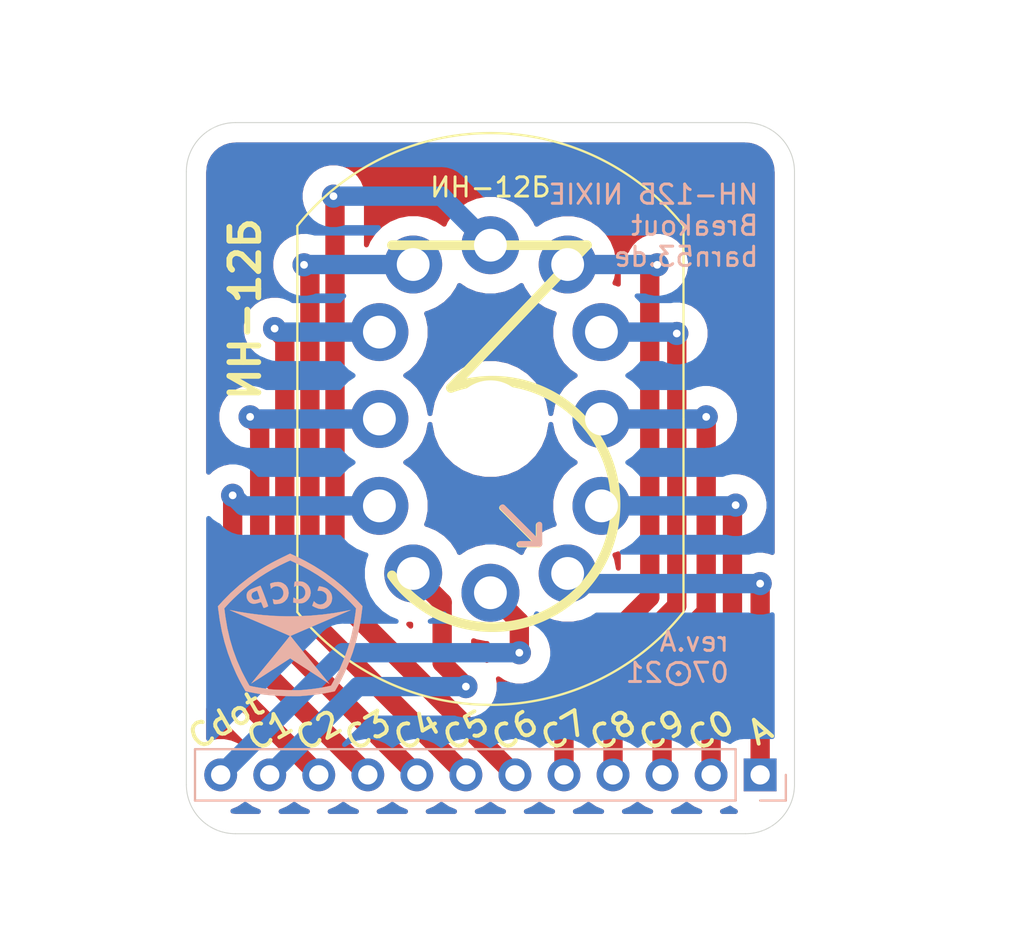
<source format=kicad_pcb>
(kicad_pcb (version 20171130) (host pcbnew "(5.1.9-0-10_14)")

  (general
    (thickness 1.6)
    (drawings 24)
    (tracks 70)
    (zones 0)
    (modules 3)
    (nets 13)
  )

  (page A4)
  (layers
    (0 F.Cu signal)
    (31 B.Cu signal)
    (32 B.Adhes user)
    (33 F.Adhes user)
    (34 B.Paste user)
    (35 F.Paste user)
    (36 B.SilkS user)
    (37 F.SilkS user)
    (38 B.Mask user)
    (39 F.Mask user)
    (40 Dwgs.User user)
    (41 Cmts.User user)
    (42 Eco1.User user)
    (43 Eco2.User user)
    (44 Edge.Cuts user)
    (45 Margin user)
    (46 B.CrtYd user)
    (47 F.CrtYd user)
    (48 B.Fab user)
    (49 F.Fab user)
  )

  (setup
    (last_trace_width 1)
    (user_trace_width 0.127)
    (user_trace_width 0.1524)
    (user_trace_width 0.3048)
    (user_trace_width 0.381)
    (user_trace_width 0.5)
    (user_trace_width 1)
    (trace_clearance 0.3)
    (zone_clearance 1)
    (zone_45_only no)
    (trace_min 0.127)
    (via_size 0.6)
    (via_drill 0.3)
    (via_min_size 0.6)
    (via_min_drill 0.3)
    (user_via 0.6 0.3)
    (user_via 0.762 0.381)
    (user_via 1.2 0.4)
    (uvia_size 0.6)
    (uvia_drill 0.3)
    (uvias_allowed no)
    (uvia_min_size 0.6)
    (uvia_min_drill 0.3)
    (edge_width 0.05)
    (segment_width 0.2)
    (pcb_text_width 0.3)
    (pcb_text_size 1.5 1.5)
    (mod_edge_width 0.12)
    (mod_text_size 0.8128 0.8128)
    (mod_text_width 0.1524)
    (pad_size 1.524 1.524)
    (pad_drill 0.762)
    (pad_to_mask_clearance 0.05)
    (aux_axis_origin 0 0)
    (visible_elements 7FFFFFFF)
    (pcbplotparams
      (layerselection 0x010fc_ffffffff)
      (usegerberextensions false)
      (usegerberattributes true)
      (usegerberadvancedattributes true)
      (creategerberjobfile true)
      (excludeedgelayer true)
      (linewidth 0.100000)
      (plotframeref false)
      (viasonmask false)
      (mode 1)
      (useauxorigin false)
      (hpglpennumber 1)
      (hpglpenspeed 20)
      (hpglpendiameter 15.000000)
      (psnegative false)
      (psa4output false)
      (plotreference true)
      (plotvalue true)
      (plotinvisibletext false)
      (padsonsilk false)
      (subtractmaskfromsilk false)
      (outputformat 1)
      (mirror false)
      (drillshape 0)
      (scaleselection 1)
      (outputdirectory "fabrication/"))
  )

  (net 0 "")
  (net 1 /C5)
  (net 2 /C4)
  (net 3 /C3)
  (net 4 /C2)
  (net 5 /C1)
  (net 6 /CDot)
  (net 7 /A)
  (net 8 /C0)
  (net 9 /C9)
  (net 10 /C8)
  (net 11 /C7)
  (net 12 /C6)

  (net_class Default "This is the default net class."
    (clearance 0.3)
    (trace_width 1)
    (via_dia 0.6)
    (via_drill 0.3)
    (uvia_dia 0.6)
    (uvia_drill 0.3)
    (diff_pair_width 0.1524)
    (diff_pair_gap 0.127)
    (add_net /A)
    (add_net /C0)
    (add_net /C1)
    (add_net /C2)
    (add_net /C3)
    (add_net /C4)
    (add_net /C5)
    (add_net /C6)
    (add_net /C7)
    (add_net /C8)
    (add_net /C9)
    (add_net /CDot)
  )

  (net_class Power ""
    (clearance 0.254)
    (trace_width 0.3048)
    (via_dia 0.6)
    (via_drill 0.3)
    (uvia_dia 0.6)
    (uvia_drill 0.3)
    (diff_pair_width 0.3048)
    (diff_pair_gap 0.254)
  )

  (module barn53-kicad:IN12-B-1.7mm (layer F.Cu) (tedit 60E4D1EB) (tstamp 60E53E9B)
    (at 99.06 58.53)
    (path /60E46671)
    (fp_text reference V1 (at 0 18.796) (layer F.SilkS) hide
      (effects (font (size 1 1) (thickness 0.15)))
    )
    (fp_text value IN12-B (at -0.1 13.6) (layer F.Fab)
      (effects (font (size 1 1) (thickness 0.15)))
    )
    (fp_line (start 2.535 6.472) (end 0.635 4.572) (layer B.SilkS) (width 0.3))
    (fp_line (start 2.535 6.472) (end 1.535 6.472) (layer B.SilkS) (width 0.3))
    (fp_line (start 2.535 6.472) (end 2.535 5.472) (layer B.SilkS) (width 0.3))
    (fp_line (start 2.5 6.5) (end 0.6 4.6) (layer F.SilkS) (width 0.3))
    (fp_line (start 2.5 6.5) (end 2.5 5.5) (layer F.SilkS) (width 0.3))
    (fp_line (start 2.5 6.5) (end 1.5 6.5) (layer F.SilkS) (width 0.3))
    (fp_line (start 10 0) (end 9.999999 -9.999999) (layer F.SilkS) (width 0.12))
    (fp_line (start 10 0) (end 10 10) (layer F.SilkS) (width 0.12))
    (fp_line (start -10 -10) (end -10 10) (layer F.SilkS) (width 0.12))
    (fp_line (start -5.1 -9) (end 5 -9) (layer F.SilkS) (width 0.5))
    (fp_line (start 5 -9) (end -2.044349 -1.610969) (layer F.SilkS) (width 0.5))
    (fp_text user ИН-12Б (at 0 -12) (layer F.SilkS)
      (effects (font (size 1 1) (thickness 0.15)))
    )
    (fp_arc (start 0.1 4.4) (end -5.099999 8.099999) (angle -254.2) (layer F.SilkS) (width 0.5))
    (fp_arc (start 0 2) (end -9.999999 9.999999) (angle -102.7) (layer F.SilkS) (width 0.12))
    (fp_arc (start 0 -2) (end 9.999999 -9.999999) (angle -102.7) (layer F.SilkS) (width 0.12))
    (pad "" np_thru_hole circle (at 0 0) (size 4 4) (drill 4) (layers *.Cu *.Mask))
    (pad 12 thru_hole circle (at 0 9) (size 3 3) (drill 1.7) (layers *.Cu *.Mask)
      (net 6 /CDot))
    (pad 6 thru_hole circle (at 0 -9) (size 3 3) (drill 1.7) (layers *.Cu *.Mask)
      (net 12 /C6))
    (pad 1 thru_hole circle (at 4 8) (size 3 3) (drill 1.7) (layers *.Cu *.Mask)
      (net 7 /A))
    (pad 2 thru_hole circle (at 5.75 4.5) (size 3 3) (drill 1.7) (layers *.Cu *.Mask)
      (net 8 /C0))
    (pad 3 thru_hole circle (at 5.75 0) (size 3 3) (drill 1.7) (layers *.Cu *.Mask)
      (net 9 /C9))
    (pad 4 thru_hole circle (at 5.75 -4.5) (size 3 3) (drill 1.7) (layers *.Cu *.Mask)
      (net 10 /C8))
    (pad 5 thru_hole circle (at 4 -8) (size 3 3) (drill 1.7) (layers *.Cu *.Mask)
      (net 11 /C7))
    (pad 7 thru_hole circle (at -4 -8) (size 3 3) (drill 1.7) (layers *.Cu *.Mask)
      (net 1 /C5))
    (pad 8 thru_hole circle (at -5.75 -4.5) (size 3 3) (drill 1.7) (layers *.Cu *.Mask)
      (net 2 /C4))
    (pad 9 thru_hole circle (at -5.75 0) (size 3 3) (drill 1.7) (layers *.Cu *.Mask)
      (net 3 /C3))
    (pad 10 thru_hole circle (at -5.75 4.5) (size 3 3) (drill 1.7) (layers *.Cu *.Mask)
      (net 4 /C2))
    (pad 11 thru_hole circle (at -4 8) (size 3 3) (drill 1.7) (layers *.Cu *.Mask)
      (net 5 /C1))
    (model "${BARN53_KICAD_DIR}/3dmodels/NIXIE Tube IN12-B.step"
      (offset (xyz -10 -14.7 1))
      (scale (xyz 1 1 1))
      (rotate (xyz 0 0 0))
    )
  )

  (module barn53-kicad:cccp (layer B.Cu) (tedit 0) (tstamp 60E529A9)
    (at 88.7 69.2 180)
    (fp_text reference G*** (at 0 0) (layer B.SilkS) hide
      (effects (font (size 1.524 1.524) (thickness 0.3)) (justify mirror))
    )
    (fp_text value LOGO (at 0.75 0) (layer B.SilkS) hide
      (effects (font (size 1.524 1.524) (thickness 0.3)) (justify mirror))
    )
    (fp_poly (pts (xy 0.404073 3.508312) (xy 0.635817 3.393837) (xy 0.839764 3.289228) (xy 1.024355 3.189717)
      (xy 1.198026 3.090536) (xy 1.369215 2.986918) (xy 1.546361 2.874096) (xy 1.666331 2.795141)
      (xy 2.172151 2.438483) (xy 2.643958 2.063706) (xy 3.082823 1.669901) (xy 3.489817 1.256159)
      (xy 3.530721 1.21155) (xy 3.753017 0.967483) (xy 3.741211 0.859857) (xy 3.659009 0.250904)
      (xy 3.547841 -0.335726) (xy 3.406192 -0.905525) (xy 3.232544 -1.463983) (xy 3.025381 -2.01659)
      (xy 2.810315 -2.510692) (xy 2.745908 -2.645326) (xy 2.670957 -2.795026) (xy 2.592977 -2.945187)
      (xy 2.519481 -3.081204) (xy 2.487773 -3.137582) (xy 2.319117 -3.432319) (xy 2.063212 -3.484638)
      (xy 1.718322 -3.549542) (xy 1.384497 -3.60023) (xy 1.0509 -3.63781) (xy 0.706692 -3.663394)
      (xy 0.341034 -3.678088) (xy 0.136769 -3.681819) (xy -0.012992 -3.683248) (xy -0.155319 -3.68402)
      (xy -0.283968 -3.684144) (xy -0.392699 -3.683634) (xy -0.47527 -3.682499) (xy -0.525439 -3.680752)
      (xy -0.527538 -3.68061) (xy -0.91447 -3.648595) (xy -1.270349 -3.609875) (xy -1.602779 -3.563481)
      (xy -1.919362 -3.508442) (xy -1.995931 -3.493418) (xy -2.301785 -3.432042) (xy -2.471253 -3.133809)
      (xy -2.540675 -3.007718) (xy -2.618036 -2.860784) (xy -2.695656 -2.707981) (xy -2.765851 -2.564286)
      (xy -2.792752 -2.507057) (xy -3.028905 -1.960042) (xy -3.23075 -1.412215) (xy -3.399835 -0.857957)
      (xy -3.537712 -0.291648) (xy -3.64593 0.292334) (xy -3.721907 0.861806) (xy -3.401927 0.861806)
      (xy -3.360183 0.53348) (xy -3.268183 -0.054829) (xy -3.143669 -0.624244) (xy -2.985265 -1.179477)
      (xy -2.791594 -1.725243) (xy -2.56128 -2.266256) (xy -2.512531 -2.370446) (xy -2.475678 -2.445762)
      (xy -2.428374 -2.539001) (xy -2.374139 -2.643588) (xy -2.31649 -2.752946) (xy -2.258947 -2.8605)
      (xy -2.205027 -2.959675) (xy -2.15825 -3.043894) (xy -2.122134 -3.106583) (xy -2.100198 -3.141166)
      (xy -2.099944 -3.141505) (xy -2.080347 -3.147461) (xy -2.03002 -3.159604) (xy -1.956496 -3.176188)
      (xy -1.86731 -3.195468) (xy -1.86367 -3.19624) (xy -1.636329 -3.240003) (xy -1.386774 -3.280398)
      (xy -1.13186 -3.314912) (xy -0.898769 -3.340085) (xy -0.800315 -3.349216) (xy -0.708221 -3.357807)
      (xy -0.634141 -3.364769) (xy -0.595923 -3.368409) (xy -0.527778 -3.372321) (xy -0.426864 -3.374551)
      (xy -0.299446 -3.375235) (xy -0.15179 -3.374509) (xy 0.009839 -3.372511) (xy 0.179175 -3.369376)
      (xy 0.349953 -3.365242) (xy 0.515907 -3.360245) (xy 0.670772 -3.354521) (xy 0.808283 -3.348208)
      (xy 0.922174 -3.341442) (xy 1.006179 -3.33436) (xy 1.016 -3.333257) (xy 1.145729 -3.316924)
      (xy 1.285511 -3.297472) (xy 1.429958 -3.275836) (xy 1.573683 -3.252954) (xy 1.711297 -3.229761)
      (xy 1.837413 -3.207194) (xy 1.946643 -3.18619) (xy 2.033598 -3.167683) (xy 2.092891 -3.152611)
      (xy 2.119133 -3.14191) (xy 2.119482 -3.141505) (xy 2.141118 -3.107515) (xy 2.176999 -3.045295)
      (xy 2.223608 -2.96142) (xy 2.277425 -2.862466) (xy 2.334932 -2.755009) (xy 2.392612 -2.645624)
      (xy 2.446944 -2.540887) (xy 2.494411 -2.447373) (xy 2.531494 -2.371659) (xy 2.53207 -2.370446)
      (xy 2.769623 -1.829771) (xy 2.970265 -1.285247) (xy 3.13537 -0.732165) (xy 3.266314 -0.165812)
      (xy 3.364471 0.418522) (xy 3.379716 0.533439) (xy 3.421455 0.861723) (xy 3.305225 0.992593)
      (xy 3.140987 1.169213) (xy 2.950703 1.359636) (xy 2.741661 1.557273) (xy 2.521153 1.755538)
      (xy 2.296467 1.947845) (xy 2.074893 2.127607) (xy 1.905 2.257789) (xy 1.598221 2.47402)
      (xy 1.263516 2.688372) (xy 0.911781 2.89452) (xy 0.553912 3.086138) (xy 0.200805 3.2569)
      (xy 0.126279 3.290404) (xy 0.008328 3.342676) (xy -0.186336 3.252529) (xy -0.61707 3.042736)
      (xy -1.017706 2.82525) (xy -1.397166 2.594462) (xy -1.764373 2.344758) (xy -2.128249 2.070529)
      (xy -2.344615 1.895266) (xy -2.476714 1.781763) (xy -2.625768 1.647187) (xy -2.783052 1.499903)
      (xy -2.939839 1.348276) (xy -3.087401 1.200669) (xy -3.217012 1.065447) (xy -3.265974 1.012173)
      (xy -3.401927 0.861806) (xy -3.721907 0.861806) (xy -3.722028 0.862706) (xy -3.73419 0.97318)
      (xy -3.491674 1.233936) (xy -3.105055 1.628687) (xy -2.704615 1.995303) (xy -2.283097 2.339927)
      (xy -1.833246 2.668701) (xy -1.651 2.792329) (xy -1.233728 3.054909) (xy -0.793818 3.303972)
      (xy -0.346771 3.530993) (xy -0.103927 3.643167) (xy 0.016838 3.696894) (xy 0.404073 3.508312)) (layer B.SilkS) (width 0.01))
    (fp_poly (pts (xy 3.122719 0.766317) (xy 3.072373 0.744106) (xy 2.991234 0.70881) (xy 2.881884 0.661536)
      (xy 2.746902 0.603395) (xy 2.588872 0.535495) (xy 2.410373 0.458946) (xy 2.213986 0.374858)
      (xy 2.002294 0.284338) (xy 1.777877 0.188497) (xy 1.590361 0.108502) (xy 1.357242 0.008989)
      (xy 1.134542 -0.086292) (xy 0.924871 -0.176212) (xy 0.730837 -0.259642) (xy 0.555049 -0.335454)
      (xy 0.400115 -0.402519) (xy 0.268644 -0.459707) (xy 0.163246 -0.505891) (xy 0.086528 -0.539942)
      (xy 0.041099 -0.56073) (xy 0.029047 -0.567037) (xy 0.039883 -0.583825) (xy 0.073765 -0.62847)
      (xy 0.128859 -0.698696) (xy 0.203328 -0.79223) (xy 0.295338 -0.906795) (xy 0.403054 -1.040118)
      (xy 0.524639 -1.189922) (xy 0.65826 -1.353934) (xy 0.80208 -1.529878) (xy 0.954265 -1.71548)
      (xy 1.023316 -1.799512) (xy 1.178608 -1.988503) (xy 1.326438 -2.168667) (xy 1.464964 -2.337744)
      (xy 1.592345 -2.493476) (xy 1.706739 -2.633602) (xy 1.806306 -2.755864) (xy 1.889203 -2.858003)
      (xy 1.95359 -2.937758) (xy 1.997625 -2.992871) (xy 2.019467 -3.021082) (xy 2.021572 -3.024393)
      (xy 2.004903 -3.015062) (xy 1.958308 -2.986205) (xy 1.884601 -2.939626) (xy 1.786597 -2.877131)
      (xy 1.667111 -2.800524) (xy 1.528957 -2.711611) (xy 1.37495 -2.612196) (xy 1.207905 -2.504084)
      (xy 1.030636 -2.38908) (xy 1.013556 -2.377985) (xy 0.009769 -1.725877) (xy -0.068385 -1.778664)
      (xy -0.116711 -1.810881) (xy -0.190462 -1.859486) (xy -0.286187 -1.92224) (xy -0.400435 -1.996904)
      (xy -0.529755 -2.08124) (xy -0.670695 -2.17301) (xy -0.819804 -2.269974) (xy -0.97363 -2.369895)
      (xy -1.128724 -2.470534) (xy -1.281632 -2.569652) (xy -1.428905 -2.665011) (xy -1.56709 -2.754373)
      (xy -1.692737 -2.835499) (xy -1.802395 -2.90615) (xy -1.892612 -2.964088) (xy -1.959936 -3.007075)
      (xy -2.000918 -3.032871) (xy -2.012462 -3.039608) (xy -2.000373 -3.023891) (xy -1.965337 -2.980228)
      (xy -1.909195 -2.910875) (xy -1.833789 -2.818094) (xy -1.740963 -2.704143) (xy -1.632559 -2.571281)
      (xy -1.510419 -2.421766) (xy -1.376386 -2.257859) (xy -1.232302 -2.081818) (xy -1.08001 -1.895903)
      (xy -1.006932 -1.806742) (xy -0.851546 -1.616928) (xy -0.703691 -1.435791) (xy -0.565195 -1.265603)
      (xy -0.437887 -1.108634) (xy -0.323593 -0.967155) (xy -0.224143 -0.843437) (xy -0.141364 -0.739751)
      (xy -0.077085 -0.658368) (xy -0.033133 -0.601558) (xy -0.011338 -0.571593) (xy -0.00926 -0.567438)
      (xy -0.028008 -0.558037) (xy -0.080109 -0.534472) (xy -0.162956 -0.497873) (xy -0.273942 -0.449365)
      (xy -0.410461 -0.390078) (xy -0.569903 -0.321138) (xy -0.749663 -0.243675) (xy -0.947133 -0.158814)
      (xy -1.159705 -0.067686) (xy -1.384773 0.028584) (xy -1.570611 0.107921) (xy -1.803394 0.207275)
      (xy -2.025523 0.302198) (xy -2.234415 0.391581) (xy -2.427492 0.474315) (xy -2.602173 0.549289)
      (xy -2.755878 0.615394) (xy -2.886025 0.671521) (xy -2.990035 0.71656) (xy -3.065326 0.749402)
      (xy -3.10932 0.768937) (xy -3.120244 0.77424) (xy -3.100812 0.771861) (xy -3.049924 0.762846)
      (xy -2.97439 0.748473) (xy -2.88102 0.730018) (xy -2.835638 0.720852) (xy -2.264916 0.61934)
      (xy -1.670087 0.541129) (xy -1.05867 0.48657) (xy -0.438186 0.456015) (xy 0.183843 0.449817)
      (xy 0.799898 0.468328) (xy 1.402457 0.511901) (xy 1.475154 0.518996) (xy 1.667933 0.540147)
      (xy 1.879502 0.56645) (xy 2.100014 0.596465) (xy 2.319625 0.628752) (xy 2.528489 0.66187)
      (xy 2.716761 0.694381) (xy 2.855176 0.720852) (xy 2.954272 0.740714) (xy 3.038546 0.757073)
      (xy 3.10119 0.768649) (xy 3.135397 0.774162) (xy 3.139691 0.774332) (xy 3.122719 0.766317)) (layer B.SilkS) (width 0.01))
    (fp_poly (pts (xy -1.485053 1.999241) (xy -1.484571 1.998767) (xy -1.471564 1.973227) (xy -1.452321 1.924412)
      (xy -1.431816 1.86648) (xy -1.415026 1.81359) (xy -1.406927 1.7799) (xy -1.406769 1.777388)
      (xy -1.424196 1.771463) (xy -1.468653 1.770968) (xy -1.501543 1.773305) (xy -1.616341 1.765623)
      (xy -1.723242 1.723287) (xy -1.812299 1.650637) (xy -1.828965 1.63042) (xy -1.859395 1.585922)
      (xy -1.876473 1.543588) (xy -1.88392 1.489332) (xy -1.885462 1.416539) (xy -1.883598 1.338771)
      (xy -1.875532 1.285929) (xy -1.857553 1.243938) (xy -1.829114 1.202853) (xy -1.744783 1.121238)
      (xy -1.645878 1.072845) (xy -1.539118 1.05813) (xy -1.431225 1.077549) (xy -1.328918 1.13156)
      (xy -1.287733 1.166087) (xy -1.217542 1.232842) (xy -1.175386 1.122683) (xy -1.152953 1.061787)
      (xy -1.137662 1.015935) (xy -1.133231 0.997805) (xy -1.149716 0.983507) (xy -1.193794 0.957768)
      (xy -1.257403 0.925129) (xy -1.289454 0.909775) (xy -1.445993 0.85073) (xy -1.58886 0.826644)
      (xy -1.716753 0.837695) (xy -1.748692 0.846774) (xy -1.885131 0.906032) (xy -1.992766 0.986357)
      (xy -2.078912 1.0939) (xy -2.112594 1.15277) (xy -2.148433 1.256845) (xy -2.161914 1.378456)
      (xy -2.153209 1.503211) (xy -2.122491 1.616718) (xy -2.106636 1.651) (xy -2.020624 1.775798)
      (xy -1.910854 1.872426) (xy -1.846385 1.909751) (xy -1.786287 1.934736) (xy -1.71291 1.958948)
      (xy -1.636176 1.979946) (xy -1.566007 1.995288) (xy -1.512325 2.002533) (xy -1.485053 1.999241)) (layer B.SilkS) (width 0.01))
    (fp_poly (pts (xy 1.579067 2.024958) (xy 1.634774 2.006855) (xy 1.709395 1.980691) (xy 1.794246 1.949684)
      (xy 1.880639 1.91705) (xy 1.959888 1.886006) (xy 2.023306 1.859771) (xy 2.05658 1.84452)
      (xy 2.160929 1.775209) (xy 2.23012 1.689704) (xy 2.265331 1.586181) (xy 2.27063 1.513583)
      (xy 2.253221 1.388257) (xy 2.206371 1.278958) (xy 2.134596 1.190689) (xy 2.042412 1.128453)
      (xy 1.934337 1.097254) (xy 1.892404 1.094583) (xy 1.838042 1.100577) (xy 1.759576 1.116911)
      (xy 1.669574 1.140425) (xy 1.580604 1.167961) (xy 1.534043 1.184676) (xy 1.514313 1.171863)
      (xy 1.487616 1.121918) (xy 1.454803 1.036644) (xy 1.427698 0.965485) (xy 1.402622 0.911331)
      (xy 1.383694 0.882681) (xy 1.378964 0.880249) (xy 1.350164 0.887414) (xy 1.298285 0.904786)
      (xy 1.255346 0.920692) (xy 1.199395 0.94507) (xy 1.162138 0.966808) (xy 1.152769 0.977751)
      (xy 1.159362 1.005932) (xy 1.17773 1.063463) (xy 1.205755 1.144741) (xy 1.241323 1.244164)
      (xy 1.282315 1.356129) (xy 1.287887 1.371085) (xy 1.592002 1.371085) (xy 1.629281 1.348871)
      (xy 1.689917 1.326747) (xy 1.758415 1.309007) (xy 1.819282 1.299946) (xy 1.846385 1.30057)
      (xy 1.903128 1.321634) (xy 1.950325 1.35532) (xy 1.997083 1.424675) (xy 2.017274 1.505206)
      (xy 2.010293 1.585014) (xy 1.975537 1.652199) (xy 1.965922 1.662384) (xy 1.932091 1.686104)
      (xy 1.877943 1.715972) (xy 1.816836 1.745538) (xy 1.762134 1.768352) (xy 1.727197 1.777966)
      (xy 1.726439 1.777985) (xy 1.716461 1.760831) (xy 1.698407 1.715496) (xy 1.675342 1.651253)
      (xy 1.650331 1.577376) (xy 1.626437 1.503138) (xy 1.606724 1.437815) (xy 1.594256 1.390678)
      (xy 1.592002 1.371085) (xy 1.287887 1.371085) (xy 1.326616 1.475034) (xy 1.372109 1.595275)
      (xy 1.416677 1.711251) (xy 1.458204 1.817359) (xy 1.494573 1.907995) (xy 1.523668 1.977558)
      (xy 1.543371 2.020445) (xy 1.550964 2.031783) (xy 1.579067 2.024958)) (layer B.SilkS) (width 0.01))
    (fp_poly (pts (xy 0.799584 2.215761) (xy 0.927802 2.186972) (xy 0.996086 2.164771) (xy 1.034065 2.147599)
      (xy 1.049084 2.130026) (xy 1.048489 2.106619) (xy 1.046715 2.099036) (xy 1.036581 2.049779)
      (xy 1.025715 1.98428) (xy 1.022627 1.962795) (xy 1.010467 1.874079) (xy 0.969005 1.91303)
      (xy 0.877911 1.974447) (xy 0.774345 2.005201) (xy 0.666896 2.006136) (xy 0.564159 1.978096)
      (xy 0.474723 1.921925) (xy 0.419697 1.859085) (xy 0.371959 1.756907) (xy 0.358009 1.653253)
      (xy 0.373875 1.553449) (xy 0.415587 1.462818) (xy 0.479173 1.386686) (xy 0.560663 1.330378)
      (xy 0.656086 1.299217) (xy 0.761469 1.298529) (xy 0.825974 1.314321) (xy 0.911043 1.343307)
      (xy 0.889916 1.213846) (xy 0.877717 1.144978) (xy 0.865905 1.105987) (xy 0.849196 1.088084)
      (xy 0.822302 1.082482) (xy 0.810509 1.081845) (xy 0.759912 1.082674) (xy 0.687932 1.08741)
      (xy 0.625231 1.093435) (xy 0.500634 1.1152) (xy 0.399796 1.153152) (xy 0.308725 1.213386)
      (xy 0.267162 1.24942) (xy 0.174483 1.358512) (xy 0.116648 1.483775) (xy 0.092679 1.62756)
      (xy 0.091893 1.670539) (xy 0.110068 1.822336) (xy 0.160983 1.953149) (xy 0.244164 2.062195)
      (xy 0.359136 2.148688) (xy 0.392351 2.166476) (xy 0.469225 2.201231) (xy 0.535494 2.219789)
      (xy 0.611159 2.22678) (xy 0.655601 2.227385) (xy 0.799584 2.215761)) (layer B.SilkS) (width 0.01))
    (fp_poly (pts (xy -0.34331 2.254016) (xy -0.27702 2.251272) (xy -0.235466 2.24758) (xy -0.226108 2.245082)
      (xy -0.219636 2.222393) (xy -0.211467 2.17166) (xy -0.203347 2.103763) (xy -0.20319 2.102242)
      (xy -0.189501 1.968629) (xy -0.245314 2.005199) (xy -0.32222 2.035608) (xy -0.416946 2.044386)
      (xy -0.515181 2.032139) (xy -0.602614 1.999476) (xy -0.619406 1.989328) (xy -0.699043 1.915605)
      (xy -0.751447 1.82316) (xy -0.776125 1.720271) (xy -0.772585 1.615214) (xy -0.740335 1.516265)
      (xy -0.678883 1.431701) (xy -0.653863 1.409729) (xy -0.56236 1.358653) (xy -0.458726 1.334254)
      (xy -0.354395 1.337151) (xy -0.260801 1.367966) (xy -0.230892 1.386781) (xy -0.191533 1.412925)
      (xy -0.167684 1.423244) (xy -0.16569 1.422664) (xy -0.161173 1.400994) (xy -0.15635 1.351383)
      (xy -0.152572 1.290269) (xy -0.146538 1.164959) (xy -0.263769 1.140178) (xy -0.436071 1.117607)
      (xy -0.590193 1.126047) (xy -0.697419 1.15475) (xy -0.80126 1.212854) (xy -0.896931 1.299719)
      (xy -0.975052 1.405047) (xy -1.024954 1.51436) (xy -1.050653 1.657402) (xy -1.040048 1.798224)
      (xy -0.995733 1.930853) (xy -0.920299 2.049315) (xy -0.816339 2.147638) (xy -0.726471 2.202026)
      (xy -0.669075 2.228017) (xy -0.617958 2.244067) (xy -0.560483 2.252416) (xy -0.484011 2.255301)
      (xy -0.425399 2.255349) (xy -0.34331 2.254016)) (layer B.SilkS) (width 0.01))
  )

  (module Connector_PinHeader_2.54mm:PinHeader_1x12_P2.54mm_Vertical (layer B.Cu) (tedit 59FED5CC) (tstamp 60E51EEE)
    (at 113.03 76.962 90)
    (descr "Through hole straight pin header, 1x12, 2.54mm pitch, single row")
    (tags "Through hole pin header THT 1x12 2.54mm single row")
    (path /60E6356C)
    (fp_text reference J1 (at 0 5.08 90) (layer B.SilkS) hide
      (effects (font (size 1 1) (thickness 0.15)) (justify mirror))
    )
    (fp_text value Conn_01x12_Male (at -0.508 12.827 90) (layer B.Fab)
      (effects (font (size 1 1) (thickness 0.15)) (justify mirror))
    )
    (fp_line (start 1.8 1.8) (end -1.8 1.8) (layer B.CrtYd) (width 0.05))
    (fp_line (start 1.8 -29.75) (end 1.8 1.8) (layer B.CrtYd) (width 0.05))
    (fp_line (start -1.8 -29.75) (end 1.8 -29.75) (layer B.CrtYd) (width 0.05))
    (fp_line (start -1.8 1.8) (end -1.8 -29.75) (layer B.CrtYd) (width 0.05))
    (fp_line (start -1.33 1.33) (end 0 1.33) (layer B.SilkS) (width 0.12))
    (fp_line (start -1.33 0) (end -1.33 1.33) (layer B.SilkS) (width 0.12))
    (fp_line (start -1.33 -1.27) (end 1.33 -1.27) (layer B.SilkS) (width 0.12))
    (fp_line (start 1.33 -1.27) (end 1.33 -29.27) (layer B.SilkS) (width 0.12))
    (fp_line (start -1.33 -1.27) (end -1.33 -29.27) (layer B.SilkS) (width 0.12))
    (fp_line (start -1.33 -29.27) (end 1.33 -29.27) (layer B.SilkS) (width 0.12))
    (fp_line (start -1.27 0.635) (end -0.635 1.27) (layer B.Fab) (width 0.1))
    (fp_line (start -1.27 -29.21) (end -1.27 0.635) (layer B.Fab) (width 0.1))
    (fp_line (start 1.27 -29.21) (end -1.27 -29.21) (layer B.Fab) (width 0.1))
    (fp_line (start 1.27 1.27) (end 1.27 -29.21) (layer B.Fab) (width 0.1))
    (fp_line (start -0.635 1.27) (end 1.27 1.27) (layer B.Fab) (width 0.1))
    (fp_text user %R (at 0 -13.97 180) (layer B.Fab)
      (effects (font (size 1 1) (thickness 0.15)) (justify mirror))
    )
    (pad 12 thru_hole oval (at 0 -27.94 90) (size 1.7 1.7) (drill 1) (layers *.Cu *.Mask)
      (net 6 /CDot))
    (pad 11 thru_hole oval (at 0 -25.4 90) (size 1.7 1.7) (drill 1) (layers *.Cu *.Mask)
      (net 5 /C1))
    (pad 10 thru_hole oval (at 0 -22.86 90) (size 1.7 1.7) (drill 1) (layers *.Cu *.Mask)
      (net 4 /C2))
    (pad 9 thru_hole oval (at 0 -20.32 90) (size 1.7 1.7) (drill 1) (layers *.Cu *.Mask)
      (net 3 /C3))
    (pad 8 thru_hole oval (at 0 -17.78 90) (size 1.7 1.7) (drill 1) (layers *.Cu *.Mask)
      (net 2 /C4))
    (pad 7 thru_hole oval (at 0 -15.24 90) (size 1.7 1.7) (drill 1) (layers *.Cu *.Mask)
      (net 1 /C5))
    (pad 6 thru_hole oval (at 0 -12.7 90) (size 1.7 1.7) (drill 1) (layers *.Cu *.Mask)
      (net 12 /C6))
    (pad 5 thru_hole oval (at 0 -10.16 90) (size 1.7 1.7) (drill 1) (layers *.Cu *.Mask)
      (net 11 /C7))
    (pad 4 thru_hole oval (at 0 -7.62 90) (size 1.7 1.7) (drill 1) (layers *.Cu *.Mask)
      (net 10 /C8))
    (pad 3 thru_hole oval (at 0 -5.08 90) (size 1.7 1.7) (drill 1) (layers *.Cu *.Mask)
      (net 9 /C9))
    (pad 2 thru_hole oval (at 0 -2.54 90) (size 1.7 1.7) (drill 1) (layers *.Cu *.Mask)
      (net 8 /C0))
    (pad 1 thru_hole rect (at 0 0 90) (size 1.7 1.7) (drill 1) (layers *.Cu *.Mask)
      (net 7 /A))
    (model ${KISYS3DMOD}/Connector_PinHeader_2.54mm.3dshapes/PinHeader_1x12_P2.54mm_Vertical.wrl
      (at (xyz 0 0 0))
      (scale (xyz 1 1 1))
      (rotate (xyz 0 0 0))
    )
  )

  (gr_text ⊙ (at 108.8 71.6) (layer B.SilkS)
    (effects (font (size 1.5 1.5) (thickness 0.1524)) (justify mirror))
  )
  (gr_text ИН-12Б (at 86.36 52.832 90) (layer F.SilkS)
    (effects (font (size 1.5 1.5) (thickness 0.3)))
  )
  (gr_text "rev.A\n07  21" (at 111.506 70.866) (layer B.SilkS) (tstamp 60E57EDB)
    (effects (font (size 1 1) (thickness 0.1524)) (justify left mirror))
  )
  (gr_text "ИН-12Б NIXIE\nBreakout\nbarn53.de" (at 113.03 48.514) (layer B.SilkS)
    (effects (font (size 1 1) (thickness 0.1524)) (justify left mirror))
  )
  (gr_arc (start 112.268 77.47) (end 112.268 80.01) (angle -90) (layer Edge.Cuts) (width 0.05))
  (gr_arc (start 85.852 77.47) (end 83.312 77.47) (angle -90) (layer Edge.Cuts) (width 0.05))
  (gr_arc (start 85.852 45.72) (end 85.852 43.18) (angle -90) (layer Edge.Cuts) (width 0.05) (tstamp 60E55037))
  (gr_arc (start 112.268 45.72) (end 114.808 45.72) (angle -90) (layer Edge.Cuts) (width 0.05) (tstamp 60E55034))
  (gr_text "Cdot\n" (at 85.344 74.168 30) (layer F.SilkS) (tstamp 60E530A2)
    (effects (font (size 1.2 1.2) (thickness 0.2)))
  )
  (gr_text C1 (at 87.63 74.676 30) (layer F.SilkS) (tstamp 60E530AE)
    (effects (font (size 1.2 1.2) (thickness 0.2)))
  )
  (gr_text C2 (at 90.17 74.676 30) (layer F.SilkS) (tstamp 60E530B1)
    (effects (font (size 1.2 1.2) (thickness 0.2)))
  )
  (gr_text C3 (at 92.71 74.676 30) (layer F.SilkS) (tstamp 60E530B4)
    (effects (font (size 1.2 1.2) (thickness 0.2)))
  )
  (gr_text C4 (at 95.25 74.676 30) (layer F.SilkS) (tstamp 60E530B7)
    (effects (font (size 1.2 1.2) (thickness 0.2)))
  )
  (gr_text C5 (at 97.79 74.676 30) (layer F.SilkS) (tstamp 60E530C0)
    (effects (font (size 1.2 1.2) (thickness 0.2)))
  )
  (gr_text C6 (at 100.33 74.676 30) (layer F.SilkS) (tstamp 60E530BA)
    (effects (font (size 1.2 1.2) (thickness 0.2)))
  )
  (gr_text C7 (at 102.87 74.676 30) (layer F.SilkS) (tstamp 60E530BD)
    (effects (font (size 1.2 1.2) (thickness 0.2)))
  )
  (gr_text C8 (at 105.41 74.676 30) (layer F.SilkS) (tstamp 60E530AB)
    (effects (font (size 1.2 1.2) (thickness 0.2)))
  )
  (gr_text C9 (at 107.95 74.676 30) (layer F.SilkS) (tstamp 60E530A5)
    (effects (font (size 1.2 1.2) (thickness 0.2)))
  )
  (gr_text C0 (at 110.49 74.676 30) (layer F.SilkS) (tstamp 60E530C3)
    (effects (font (size 1.2 1.2) (thickness 0.2)))
  )
  (gr_text A (at 113.03 74.676 30) (layer F.SilkS) (tstamp 60E5BB1F)
    (effects (font (size 1.2 1.2) (thickness 0.2)))
  )
  (gr_line (start 114.808 77.47) (end 114.808 45.72) (layer Edge.Cuts) (width 0.05) (tstamp 60E52716))
  (gr_line (start 85.852 80.01) (end 112.268 80.01) (layer Edge.Cuts) (width 0.05))
  (gr_line (start 83.312 45.72) (end 83.312 77.47) (layer Edge.Cuts) (width 0.05) (tstamp 60E55027))
  (gr_line (start 112.268 43.18) (end 85.852 43.18) (layer Edge.Cuts) (width 0.05) (tstamp 60E55031))

  (segment (start 89.424 50.53) (end 89.408 50.546) (width 1) (layer B.Cu) (net 1))
  (segment (start 95.06 50.53) (end 89.424 50.53) (width 1) (layer B.Cu) (net 1))
  (via (at 89.408 50.546) (size 1.2) (drill 0.4) (layers F.Cu B.Cu) (net 1))
  (segment (start 89.709988 68.881988) (end 89.709988 50.847988) (width 1) (layer F.Cu) (net 1))
  (segment (start 89.709988 50.847988) (end 89.408 50.546) (width 1) (layer F.Cu) (net 1))
  (segment (start 97.79 76.962) (end 89.709988 68.881988) (width 1) (layer F.Cu) (net 1))
  (via (at 87.884 53.847994) (size 1.2) (drill 0.4) (layers F.Cu B.Cu) (net 2))
  (segment (start 88.066006 54.03) (end 87.884 53.847994) (width 1) (layer B.Cu) (net 2))
  (segment (start 93.31 54.03) (end 88.066006 54.03) (width 1) (layer B.Cu) (net 2))
  (segment (start 88.409977 54.373971) (end 87.884 53.847994) (width 1) (layer F.Cu) (net 2))
  (segment (start 88.409977 70.121977) (end 88.409977 54.373971) (width 1) (layer F.Cu) (net 2))
  (segment (start 95.25 76.962) (end 88.409977 70.121977) (width 1) (layer F.Cu) (net 2))
  (segment (start 86.724 58.53) (end 86.614 58.42) (width 1) (layer B.Cu) (net 3))
  (segment (start 93.31 58.53) (end 86.724 58.53) (width 1) (layer B.Cu) (net 3))
  (via (at 86.614 58.42) (size 1.2) (drill 0.4) (layers F.Cu B.Cu) (net 3))
  (segment (start 87.109966 58.915966) (end 86.614 58.42) (width 1) (layer F.Cu) (net 3))
  (segment (start 87.109966 71.361966) (end 87.109966 58.915966) (width 1) (layer F.Cu) (net 3))
  (segment (start 92.71 76.962) (end 87.109966 71.361966) (width 1) (layer F.Cu) (net 3))
  (via (at 85.709922 62.484) (size 1.2) (drill 0.4) (layers F.Cu B.Cu) (net 4))
  (segment (start 86.255922 63.03) (end 85.709922 62.484) (width 1) (layer B.Cu) (net 4))
  (segment (start 93.31 63.03) (end 86.255922 63.03) (width 1) (layer B.Cu) (net 4))
  (segment (start 85.709922 72.501922) (end 85.709922 62.484) (width 1) (layer F.Cu) (net 4))
  (segment (start 90.17 76.962) (end 85.709922 72.501922) (width 1) (layer F.Cu) (net 4))
  (segment (start 92.202004 72.389996) (end 97.79 72.389996) (width 1) (layer B.Cu) (net 5))
  (segment (start 95.06 66.53) (end 96.559999 68.029999) (width 1) (layer F.Cu) (net 5))
  (segment (start 87.63 76.962) (end 92.202004 72.389996) (width 1) (layer B.Cu) (net 5))
  (via (at 97.79 72.389996) (size 1.2) (drill 0.4) (layers F.Cu B.Cu) (net 5))
  (segment (start 96.559999 71.159995) (end 97.79 72.389996) (width 1) (layer F.Cu) (net 5))
  (segment (start 96.559999 68.029999) (end 96.559999 71.159995) (width 1) (layer F.Cu) (net 5))
  (via (at 100.557406 70.636224) (size 1.2) (drill 0.4) (layers F.Cu B.Cu) (net 6))
  (segment (start 99.06 67.53) (end 100.557406 69.027406) (width 1) (layer F.Cu) (net 6))
  (segment (start 100.557406 69.027406) (end 100.557406 70.636224) (width 1) (layer F.Cu) (net 6))
  (segment (start 91.415776 70.636224) (end 100.557406 70.636224) (width 1) (layer B.Cu) (net 6))
  (segment (start 85.09 76.962) (end 91.415776 70.636224) (width 1) (layer B.Cu) (net 6))
  (via (at 113.03 67.056) (size 1.2) (drill 0.4) (layers F.Cu B.Cu) (net 7))
  (segment (start 113.03 76.962) (end 113.03 67.056) (width 1) (layer F.Cu) (net 7))
  (segment (start 103.586 67.056) (end 103.06 66.53) (width 1) (layer B.Cu) (net 7))
  (segment (start 113.03 67.056) (end 103.586 67.056) (width 1) (layer B.Cu) (net 7))
  (segment (start 104.81 63.03) (end 111.722 63.03) (width 1) (layer B.Cu) (net 8))
  (segment (start 111.722 63.03) (end 111.76 62.992) (width 1) (layer B.Cu) (net 8))
  (via (at 111.76 62.992) (size 1.2) (drill 0.4) (layers F.Cu B.Cu) (net 8))
  (segment (start 111.596032 63.155968) (end 111.76 62.992) (width 1) (layer F.Cu) (net 8))
  (segment (start 110.49 70.104) (end 111.596032 68.997968) (width 1) (layer F.Cu) (net 8))
  (segment (start 111.596032 68.997968) (end 111.596032 63.155968) (width 1) (layer F.Cu) (net 8))
  (segment (start 110.49 76.962) (end 110.49 70.104) (width 1) (layer F.Cu) (net 8))
  (via (at 110.235998 58.419998) (size 1.2) (drill 0.4) (layers F.Cu B.Cu) (net 9))
  (segment (start 110.125996 58.53) (end 110.235998 58.419998) (width 1) (layer B.Cu) (net 9))
  (segment (start 104.81 58.53) (end 110.125996 58.53) (width 1) (layer B.Cu) (net 9))
  (segment (start 110.235998 68.51951) (end 110.235998 58.419998) (width 1) (layer F.Cu) (net 9))
  (segment (start 107.95 70.805508) (end 110.235998 68.51951) (width 1) (layer F.Cu) (net 9))
  (segment (start 107.95 76.962) (end 107.95 70.805508) (width 1) (layer F.Cu) (net 9))
  (via (at 108.712002 54.102) (size 1.2) (drill 0.4) (layers F.Cu B.Cu) (net 10))
  (segment (start 104.81 54.03) (end 108.640002 54.03) (width 1) (layer B.Cu) (net 10))
  (segment (start 108.640002 54.03) (end 108.712002 54.102) (width 1) (layer B.Cu) (net 10))
  (segment (start 105.41 71.507015) (end 108.712002 68.205013) (width 1) (layer F.Cu) (net 10))
  (segment (start 105.41 76.962) (end 105.41 71.507015) (width 1) (layer F.Cu) (net 10))
  (segment (start 108.712002 68.205013) (end 108.712002 54.102) (width 1) (layer F.Cu) (net 10))
  (segment (start 107.68 50.53) (end 107.696 50.546) (width 1) (layer B.Cu) (net 11))
  (segment (start 103.06 50.53) (end 107.68 50.53) (width 1) (layer B.Cu) (net 11))
  (via (at 107.696 50.546) (size 1.2) (drill 0.4) (layers F.Cu B.Cu) (net 11))
  (segment (start 102.87 76.962) (end 102.87 72.208522) (width 1) (layer F.Cu) (net 11))
  (segment (start 102.87 72.208522) (end 107.311997 67.766525) (width 1) (layer F.Cu) (net 11))
  (segment (start 107.311997 50.930003) (end 107.696 50.546) (width 1) (layer F.Cu) (net 11))
  (segment (start 107.311997 67.766525) (end 107.311997 50.930003) (width 1) (layer F.Cu) (net 11))
  (via (at 90.932 46.99) (size 1.2) (drill 0.4) (layers F.Cu B.Cu) (net 12))
  (segment (start 99.06 49.53) (end 96.52 46.99) (width 1) (layer B.Cu) (net 12))
  (segment (start 96.52 46.99) (end 90.932 46.99) (width 1) (layer B.Cu) (net 12))
  (segment (start 91.009999 47.067999) (end 90.932 46.99) (width 1) (layer F.Cu) (net 12))
  (segment (start 91.009999 67.641999) (end 91.009999 47.067999) (width 1) (layer F.Cu) (net 12))
  (segment (start 100.33 76.962) (end 91.009999 67.641999) (width 1) (layer F.Cu) (net 12))

  (zone (net 0) (net_name "") (layer F.Cu) (tstamp 60E4C81D) (hatch edge 0.508)
    (connect_pads (clearance 1))
    (min_thickness 0.254)
    (fill yes (arc_segments 32) (thermal_gap 0.508) (thermal_bridge_width 0.508))
    (polygon
      (pts
        (xy 122.301 83.566) (xy 77.343 83.566) (xy 76.962 38.1) (xy 121.92 38.1)
      )
    )
    (filled_polygon
      (pts
        (xy 86.369736 78.497636) (xy 86.693539 78.713995) (xy 87.041199 78.858) (xy 85.908343 78.858) (xy 85.722737 78.839801)
        (xy 86.026461 78.713995) (xy 86.350264 78.497636) (xy 86.36 78.4879)
      )
    )
    (filled_polygon
      (pts
        (xy 88.909736 78.497636) (xy 89.233539 78.713995) (xy 89.581199 78.858) (xy 88.218801 78.858) (xy 88.566461 78.713995)
        (xy 88.890264 78.497636) (xy 88.9 78.4879)
      )
    )
    (filled_polygon
      (pts
        (xy 91.449736 78.497636) (xy 91.773539 78.713995) (xy 92.121199 78.858) (xy 90.758801 78.858) (xy 91.106461 78.713995)
        (xy 91.430264 78.497636) (xy 91.44 78.4879)
      )
    )
    (filled_polygon
      (pts
        (xy 93.989736 78.497636) (xy 94.313539 78.713995) (xy 94.661199 78.858) (xy 93.298801 78.858) (xy 93.646461 78.713995)
        (xy 93.970264 78.497636) (xy 93.98 78.4879)
      )
    )
    (filled_polygon
      (pts
        (xy 96.529736 78.497636) (xy 96.853539 78.713995) (xy 97.201199 78.858) (xy 95.838801 78.858) (xy 96.186461 78.713995)
        (xy 96.510264 78.497636) (xy 96.52 78.4879)
      )
    )
    (filled_polygon
      (pts
        (xy 99.069736 78.497636) (xy 99.393539 78.713995) (xy 99.741199 78.858) (xy 98.378801 78.858) (xy 98.726461 78.713995)
        (xy 99.050264 78.497636) (xy 99.06 78.4879)
      )
    )
    (filled_polygon
      (pts
        (xy 101.609736 78.497636) (xy 101.933539 78.713995) (xy 102.281199 78.858) (xy 100.918801 78.858) (xy 101.266461 78.713995)
        (xy 101.590264 78.497636) (xy 101.6 78.4879)
      )
    )
    (filled_polygon
      (pts
        (xy 104.149736 78.497636) (xy 104.473539 78.713995) (xy 104.821199 78.858) (xy 103.458801 78.858) (xy 103.806461 78.713995)
        (xy 104.130264 78.497636) (xy 104.14 78.4879)
      )
    )
    (filled_polygon
      (pts
        (xy 106.689736 78.497636) (xy 107.013539 78.713995) (xy 107.361199 78.858) (xy 105.998801 78.858) (xy 106.346461 78.713995)
        (xy 106.670264 78.497636) (xy 106.68 78.4879)
      )
    )
    (filled_polygon
      (pts
        (xy 109.229736 78.497636) (xy 109.553539 78.713995) (xy 109.901199 78.858) (xy 108.538801 78.858) (xy 108.886461 78.713995)
        (xy 109.210264 78.497636) (xy 109.22 78.4879)
      )
    )
    (filled_polygon
      (pts
        (xy 111.550843 78.7536) (xy 111.746161 78.858) (xy 111.078801 78.858) (xy 111.426461 78.713995) (xy 111.468421 78.685958)
      )
    )
    (filled_polygon
      (pts
        (xy 84.553893 73.657951) (xy 84.615976 73.708901) (xy 86.299557 75.392483) (xy 86.026461 75.210005) (xy 85.66667 75.060975)
        (xy 85.284718 74.985) (xy 84.895282 74.985) (xy 84.51333 75.060975) (xy 84.464 75.081408) (xy 84.464 73.548415)
      )
    )
    (filled_polygon
      (pts
        (xy 99.739365 72.166671) (xy 100.053659 72.296856) (xy 100.387311 72.363224) (xy 100.727501 72.363224) (xy 101.061153 72.296856)
        (xy 101.236669 72.224155) (xy 101.243001 72.288446) (xy 101.243 75.200287) (xy 100.90667 75.060975) (xy 100.686009 75.017083)
        (xy 99.142812 73.473886) (xy 99.320447 73.208037) (xy 99.450632 72.893743) (xy 99.517 72.560091) (xy 99.517 72.219901)
        (xy 99.470704 71.987158)
      )
    )
    (filled_polygon
      (pts
        (xy 98.293732 70.056046) (xy 98.801263 70.157) (xy 98.891896 70.157) (xy 98.830406 70.466129) (xy 98.830406 70.806319)
        (xy 98.876702 71.039062) (xy 98.608041 70.859549) (xy 98.526847 70.825917) (xy 98.186999 70.48607) (xy 98.186999 70.011836)
      )
    )
    (filled_polygon
      (pts
        (xy 102.293732 69.056046) (xy 102.801263 69.157) (xy 103.318737 69.157) (xy 103.69555 69.082047) (xy 102.284406 70.493191)
        (xy 102.284406 70.466129) (xy 102.218038 70.132477) (xy 102.184406 70.051282) (xy 102.184406 69.107323) (xy 102.192277 69.027406)
        (xy 102.190903 69.013453)
      )
    )
    (filled_polygon
      (pts
        (xy 94.932999 69.264074) (xy 94.825925 69.157) (xy 94.932999 69.157)
      )
    )
    (filled_polygon
      (pts
        (xy 105.684997 67.0926) (xy 105.612047 67.16555) (xy 105.684997 66.798806)
      )
    )
    (filled_polygon
      (pts
        (xy 105.684997 66.261194) (xy 105.586046 65.763732) (xy 105.505823 65.570058) (xy 105.576268 65.556046) (xy 105.684997 65.511009)
      )
    )
    (filled_polygon
      (pts
        (xy 112.536526 44.363854) (xy 112.794819 44.441837) (xy 113.033051 44.568507) (xy 113.242141 44.739037) (xy 113.414122 44.946926)
        (xy 113.542453 45.18427) (xy 113.622239 45.442014) (xy 113.656001 45.763239) (xy 113.656 65.446007) (xy 113.533747 65.395368)
        (xy 113.223032 65.333562) (xy 113.223032 63.910935) (xy 113.290447 63.810041) (xy 113.420632 63.495747) (xy 113.487 63.162095)
        (xy 113.487 62.821905) (xy 113.420632 62.488253) (xy 113.290447 62.173959) (xy 113.101448 61.891102) (xy 112.860898 61.650552)
        (xy 112.578041 61.461553) (xy 112.263747 61.331368) (xy 111.930095 61.265) (xy 111.862998 61.265) (xy 111.862998 59.00494)
        (xy 111.89663 58.923745) (xy 111.962998 58.590093) (xy 111.962998 58.249903) (xy 111.89663 57.916251) (xy 111.766445 57.601957)
        (xy 111.577446 57.3191) (xy 111.336896 57.07855) (xy 111.054039 56.889551) (xy 110.739745 56.759366) (xy 110.406093 56.692998)
        (xy 110.339002 56.692998) (xy 110.339002 54.686942) (xy 110.372634 54.605747) (xy 110.439002 54.272095) (xy 110.439002 53.931905)
        (xy 110.372634 53.598253) (xy 110.242449 53.283959) (xy 110.05345 53.001102) (xy 109.8129 52.760552) (xy 109.530043 52.571553)
        (xy 109.215749 52.441368) (xy 108.938997 52.386318) (xy 108.938997 51.745349) (xy 109.037448 51.646898) (xy 109.226447 51.364041)
        (xy 109.356632 51.049747) (xy 109.423 50.716095) (xy 109.423 50.375905) (xy 109.356632 50.042253) (xy 109.226447 49.727959)
        (xy 109.037448 49.445102) (xy 108.796898 49.204552) (xy 108.514041 49.015553) (xy 108.199747 48.885368) (xy 107.866095 48.819)
        (xy 107.525905 48.819) (xy 107.192253 48.885368) (xy 106.877959 49.015553) (xy 106.595102 49.204552) (xy 106.354552 49.445102)
        (xy 106.165553 49.727959) (xy 106.136836 49.797287) (xy 106.105023 49.836052) (xy 106.105019 49.836056) (xy 105.952651 50.021718)
        (xy 105.801573 50.304365) (xy 105.70854 50.611056) (xy 105.677126 50.930003) (xy 105.684998 51.009927) (xy 105.684998 51.548992)
        (xy 105.576268 51.503954) (xy 105.505823 51.489942) (xy 105.586046 51.296268) (xy 105.687 50.788737) (xy 105.687 50.271263)
        (xy 105.586046 49.763732) (xy 105.388017 49.285649) (xy 105.100524 48.855385) (xy 104.734615 48.489476) (xy 104.304351 48.201983)
        (xy 103.826268 48.003954) (xy 103.318737 47.903) (xy 102.801263 47.903) (xy 102.293732 48.003954) (xy 101.815649 48.201983)
        (xy 101.453573 48.443914) (xy 101.388017 48.285649) (xy 101.100524 47.855385) (xy 100.734615 47.489476) (xy 100.304351 47.201983)
        (xy 99.826268 47.003954) (xy 99.318737 46.903) (xy 98.801263 46.903) (xy 98.293732 47.003954) (xy 97.815649 47.201983)
        (xy 97.385385 47.489476) (xy 97.019476 47.855385) (xy 96.731983 48.285649) (xy 96.666427 48.443914) (xy 96.304351 48.201983)
        (xy 95.826268 48.003954) (xy 95.318737 47.903) (xy 94.801263 47.903) (xy 94.293732 48.003954) (xy 93.815649 48.201983)
        (xy 93.385385 48.489476) (xy 93.019476 48.855385) (xy 92.731983 49.285649) (xy 92.636999 49.51496) (xy 92.636999 47.270701)
        (xy 92.659 47.160095) (xy 92.659 46.819905) (xy 92.592632 46.486253) (xy 92.462447 46.171959) (xy 92.273448 45.889102)
        (xy 92.032898 45.648552) (xy 91.750041 45.459553) (xy 91.435747 45.329368) (xy 91.102095 45.263) (xy 90.761905 45.263)
        (xy 90.428253 45.329368) (xy 90.113959 45.459553) (xy 89.831102 45.648552) (xy 89.590552 45.889102) (xy 89.401553 46.171959)
        (xy 89.271368 46.486253) (xy 89.205 46.819905) (xy 89.205 47.160095) (xy 89.271368 47.493747) (xy 89.383 47.76325)
        (xy 89.383 48.819) (xy 89.237905 48.819) (xy 88.904253 48.885368) (xy 88.589959 49.015553) (xy 88.307102 49.204552)
        (xy 88.066552 49.445102) (xy 87.877553 49.727959) (xy 87.747368 50.042253) (xy 87.681 50.375905) (xy 87.681 50.716095)
        (xy 87.747368 51.049747) (xy 87.877553 51.364041) (xy 88.066552 51.646898) (xy 88.082989 51.663335) (xy 88.082989 52.126741)
        (xy 88.054095 52.120994) (xy 87.713905 52.120994) (xy 87.380253 52.187362) (xy 87.065959 52.317547) (xy 86.783102 52.506546)
        (xy 86.542552 52.747096) (xy 86.353553 53.029953) (xy 86.223368 53.344247) (xy 86.157 53.677899) (xy 86.157 54.018089)
        (xy 86.223368 54.351741) (xy 86.353553 54.666035) (xy 86.542552 54.948892) (xy 86.782978 55.189318) (xy 86.782978 56.693)
        (xy 86.443905 56.693) (xy 86.110253 56.759368) (xy 85.795959 56.889553) (xy 85.513102 57.078552) (xy 85.272552 57.319102)
        (xy 85.083553 57.601959) (xy 84.953368 57.916253) (xy 84.887 58.249905) (xy 84.887 58.590095) (xy 84.953368 58.923747)
        (xy 85.083553 59.238041) (xy 85.272552 59.520898) (xy 85.482967 59.731313) (xy 85.482967 60.76831) (xy 85.206175 60.823368)
        (xy 84.891881 60.953553) (xy 84.609024 61.142552) (xy 84.464 61.287576) (xy 84.464 45.776343) (xy 84.495854 45.451474)
        (xy 84.573837 45.193181) (xy 84.700507 44.954949) (xy 84.871037 44.745859) (xy 85.078926 44.573878) (xy 85.31627 44.445547)
        (xy 85.574014 44.365761) (xy 85.89523 44.332) (xy 112.211657 44.332)
      )
    )
    (filled_polygon
      (pts
        (xy 102.283954 59.296268) (xy 102.481983 59.774351) (xy 102.769476 60.204615) (xy 103.135385 60.570524) (xy 103.448888 60.78)
        (xy 103.135385 60.989476) (xy 102.769476 61.355385) (xy 102.481983 61.785649) (xy 102.283954 62.263732) (xy 102.183 62.771263)
        (xy 102.183 63.288737) (xy 102.283954 63.796268) (xy 102.364177 63.989942) (xy 102.293732 64.003954) (xy 101.815649 64.201983)
        (xy 101.385385 64.489476) (xy 101.019476 64.855385) (xy 100.731983 65.285649) (xy 100.666427 65.443914) (xy 100.304351 65.201983)
        (xy 99.826268 65.003954) (xy 99.318737 64.903) (xy 98.801263 64.903) (xy 98.293732 65.003954) (xy 97.815649 65.201983)
        (xy 97.453573 65.443914) (xy 97.388017 65.285649) (xy 97.100524 64.855385) (xy 96.734615 64.489476) (xy 96.304351 64.201983)
        (xy 95.826268 64.003954) (xy 95.755823 63.989942) (xy 95.836046 63.796268) (xy 95.937 63.288737) (xy 95.937 62.771263)
        (xy 95.836046 62.263732) (xy 95.638017 61.785649) (xy 95.350524 61.355385) (xy 94.984615 60.989476) (xy 94.671112 60.78)
        (xy 94.984615 60.570524) (xy 95.350524 60.204615) (xy 95.638017 59.774351) (xy 95.836046 59.296268) (xy 95.933 58.808846)
        (xy 95.933 58.837983) (xy 96.053169 59.442112) (xy 96.288889 60.01119) (xy 96.631101 60.523346) (xy 97.066654 60.958899)
        (xy 97.57881 61.301111) (xy 98.147888 61.536831) (xy 98.752017 61.657) (xy 99.367983 61.657) (xy 99.972112 61.536831)
        (xy 100.54119 61.301111) (xy 101.053346 60.958899) (xy 101.488899 60.523346) (xy 101.831111 60.01119) (xy 102.066831 59.442112)
        (xy 102.187 58.837983) (xy 102.187 58.808846)
      )
    )
    (filled_polygon
      (pts
        (xy 100.731983 51.774351) (xy 101.019476 52.204615) (xy 101.385385 52.570524) (xy 101.815649 52.858017) (xy 102.293732 53.056046)
        (xy 102.364177 53.070058) (xy 102.283954 53.263732) (xy 102.183 53.771263) (xy 102.183 54.288737) (xy 102.283954 54.796268)
        (xy 102.481983 55.274351) (xy 102.769476 55.704615) (xy 103.135385 56.070524) (xy 103.448888 56.28) (xy 103.135385 56.489476)
        (xy 102.769476 56.855385) (xy 102.481983 57.285649) (xy 102.283954 57.763732) (xy 102.187 58.251154) (xy 102.187 58.222017)
        (xy 102.066831 57.617888) (xy 101.831111 57.04881) (xy 101.488899 56.536654) (xy 101.053346 56.101101) (xy 100.54119 55.758889)
        (xy 99.972112 55.523169) (xy 99.367983 55.403) (xy 98.752017 55.403) (xy 98.147888 55.523169) (xy 97.57881 55.758889)
        (xy 97.066654 56.101101) (xy 96.631101 56.536654) (xy 96.288889 57.04881) (xy 96.053169 57.617888) (xy 95.933 58.222017)
        (xy 95.933 58.251154) (xy 95.836046 57.763732) (xy 95.638017 57.285649) (xy 95.350524 56.855385) (xy 94.984615 56.489476)
        (xy 94.671112 56.28) (xy 94.984615 56.070524) (xy 95.350524 55.704615) (xy 95.638017 55.274351) (xy 95.836046 54.796268)
        (xy 95.937 54.288737) (xy 95.937 53.771263) (xy 95.836046 53.263732) (xy 95.755823 53.070058) (xy 95.826268 53.056046)
        (xy 96.304351 52.858017) (xy 96.734615 52.570524) (xy 97.100524 52.204615) (xy 97.388017 51.774351) (xy 97.453573 51.616086)
        (xy 97.815649 51.858017) (xy 98.293732 52.056046) (xy 98.801263 52.157) (xy 99.318737 52.157) (xy 99.826268 52.056046)
        (xy 100.304351 51.858017) (xy 100.666427 51.616086)
      )
    )
  )
  (zone (net 0) (net_name "") (layer B.Cu) (tstamp 60E4C81A) (hatch edge 0.508)
    (connect_pads (clearance 1))
    (min_thickness 0.254)
    (fill yes (arc_segments 32) (thermal_gap 0.508) (thermal_bridge_width 0.508))
    (polygon
      (pts
        (xy 122.936 85.09) (xy 73.66 85.09) (xy 73.914 36.83) (xy 123.19 36.83)
      )
    )
    (filled_polygon
      (pts
        (xy 86.369736 78.497636) (xy 86.693539 78.713995) (xy 87.041199 78.858) (xy 85.908343 78.858) (xy 85.722737 78.839801)
        (xy 86.026461 78.713995) (xy 86.350264 78.497636) (xy 86.36 78.4879)
      )
    )
    (filled_polygon
      (pts
        (xy 88.909736 78.497636) (xy 89.233539 78.713995) (xy 89.581199 78.858) (xy 88.218801 78.858) (xy 88.566461 78.713995)
        (xy 88.890264 78.497636) (xy 88.9 78.4879)
      )
    )
    (filled_polygon
      (pts
        (xy 91.449736 78.497636) (xy 91.773539 78.713995) (xy 92.121199 78.858) (xy 90.758801 78.858) (xy 91.106461 78.713995)
        (xy 91.430264 78.497636) (xy 91.44 78.4879)
      )
    )
    (filled_polygon
      (pts
        (xy 93.989736 78.497636) (xy 94.313539 78.713995) (xy 94.661199 78.858) (xy 93.298801 78.858) (xy 93.646461 78.713995)
        (xy 93.970264 78.497636) (xy 93.98 78.4879)
      )
    )
    (filled_polygon
      (pts
        (xy 96.529736 78.497636) (xy 96.853539 78.713995) (xy 97.201199 78.858) (xy 95.838801 78.858) (xy 96.186461 78.713995)
        (xy 96.510264 78.497636) (xy 96.52 78.4879)
      )
    )
    (filled_polygon
      (pts
        (xy 99.069736 78.497636) (xy 99.393539 78.713995) (xy 99.741199 78.858) (xy 98.378801 78.858) (xy 98.726461 78.713995)
        (xy 99.050264 78.497636) (xy 99.06 78.4879)
      )
    )
    (filled_polygon
      (pts
        (xy 101.609736 78.497636) (xy 101.933539 78.713995) (xy 102.281199 78.858) (xy 100.918801 78.858) (xy 101.266461 78.713995)
        (xy 101.590264 78.497636) (xy 101.6 78.4879)
      )
    )
    (filled_polygon
      (pts
        (xy 104.149736 78.497636) (xy 104.473539 78.713995) (xy 104.821199 78.858) (xy 103.458801 78.858) (xy 103.806461 78.713995)
        (xy 104.130264 78.497636) (xy 104.14 78.4879)
      )
    )
    (filled_polygon
      (pts
        (xy 106.689736 78.497636) (xy 107.013539 78.713995) (xy 107.361199 78.858) (xy 105.998801 78.858) (xy 106.346461 78.713995)
        (xy 106.670264 78.497636) (xy 106.68 78.4879)
      )
    )
    (filled_polygon
      (pts
        (xy 109.229736 78.497636) (xy 109.553539 78.713995) (xy 109.901199 78.858) (xy 108.538801 78.858) (xy 108.886461 78.713995)
        (xy 109.210264 78.497636) (xy 109.22 78.4879)
      )
    )
    (filled_polygon
      (pts
        (xy 111.550843 78.7536) (xy 111.746161 78.858) (xy 111.078801 78.858) (xy 111.426461 78.713995) (xy 111.468421 78.685958)
      )
    )
    (filled_polygon
      (pts
        (xy 101.815649 68.858017) (xy 102.293732 69.056046) (xy 102.801263 69.157) (xy 103.318737 69.157) (xy 103.826268 69.056046)
        (xy 104.304351 68.858017) (xy 104.566283 68.683) (xy 112.445058 68.683) (xy 112.526253 68.716632) (xy 112.859905 68.783)
        (xy 113.200095 68.783) (xy 113.533747 68.716632) (xy 113.656 68.665993) (xy 113.656 74.979547) (xy 112.18 74.979547)
        (xy 111.959069 75.001307) (xy 111.746629 75.06575) (xy 111.550843 75.1704) (xy 111.468421 75.238042) (xy 111.426461 75.210005)
        (xy 111.06667 75.060975) (xy 110.684718 74.985) (xy 110.295282 74.985) (xy 109.91333 75.060975) (xy 109.553539 75.210005)
        (xy 109.229736 75.426364) (xy 109.22 75.4361) (xy 109.210264 75.426364) (xy 108.886461 75.210005) (xy 108.52667 75.060975)
        (xy 108.144718 74.985) (xy 107.755282 74.985) (xy 107.37333 75.060975) (xy 107.013539 75.210005) (xy 106.689736 75.426364)
        (xy 106.68 75.4361) (xy 106.670264 75.426364) (xy 106.346461 75.210005) (xy 105.98667 75.060975) (xy 105.604718 74.985)
        (xy 105.215282 74.985) (xy 104.83333 75.060975) (xy 104.473539 75.210005) (xy 104.149736 75.426364) (xy 104.14 75.4361)
        (xy 104.130264 75.426364) (xy 103.806461 75.210005) (xy 103.44667 75.060975) (xy 103.064718 74.985) (xy 102.675282 74.985)
        (xy 102.29333 75.060975) (xy 101.933539 75.210005) (xy 101.609736 75.426364) (xy 101.6 75.4361) (xy 101.590264 75.426364)
        (xy 101.266461 75.210005) (xy 100.90667 75.060975) (xy 100.524718 74.985) (xy 100.135282 74.985) (xy 99.75333 75.060975)
        (xy 99.393539 75.210005) (xy 99.069736 75.426364) (xy 99.06 75.4361) (xy 99.050264 75.426364) (xy 98.726461 75.210005)
        (xy 98.36667 75.060975) (xy 97.984718 74.985) (xy 97.595282 74.985) (xy 97.21333 75.060975) (xy 96.853539 75.210005)
        (xy 96.529736 75.426364) (xy 96.52 75.4361) (xy 96.510264 75.426364) (xy 96.186461 75.210005) (xy 95.82667 75.060975)
        (xy 95.444718 74.985) (xy 95.055282 74.985) (xy 94.67333 75.060975) (xy 94.313539 75.210005) (xy 93.989736 75.426364)
        (xy 93.98 75.4361) (xy 93.970264 75.426364) (xy 93.646461 75.210005) (xy 93.28667 75.060975) (xy 92.904718 74.985)
        (xy 92.515282 74.985) (xy 92.13333 75.060975) (xy 91.773539 75.210005) (xy 91.500443 75.392482) (xy 92.87593 74.016996)
        (xy 97.205058 74.016996) (xy 97.286253 74.050628) (xy 97.619905 74.116996) (xy 97.960095 74.116996) (xy 98.293747 74.050628)
        (xy 98.608041 73.920443) (xy 98.890898 73.731444) (xy 99.131448 73.490894) (xy 99.320447 73.208037) (xy 99.450632 72.893743)
        (xy 99.517 72.560091) (xy 99.517 72.263224) (xy 99.972464 72.263224) (xy 100.053659 72.296856) (xy 100.387311 72.363224)
        (xy 100.727501 72.363224) (xy 101.061153 72.296856) (xy 101.375447 72.166671) (xy 101.658304 71.977672) (xy 101.898854 71.737122)
        (xy 102.087853 71.454265) (xy 102.218038 71.139971) (xy 102.284406 70.806319) (xy 102.284406 70.466129) (xy 102.218038 70.132477)
        (xy 102.087853 69.818183) (xy 101.898854 69.535326) (xy 101.658304 69.294776) (xy 101.375447 69.105777) (xy 101.211845 69.038011)
        (xy 101.388017 68.774351) (xy 101.453573 68.616086)
      )
    )
    (filled_polygon
      (pts
        (xy 84.609024 63.825448) (xy 84.891881 64.014447) (xy 84.973077 64.04808) (xy 85.048939 64.123941) (xy 85.099893 64.186029)
        (xy 85.347636 64.389346) (xy 85.630284 64.540425) (xy 85.936974 64.633458) (xy 86.131649 64.652632) (xy 86.255922 64.664872)
        (xy 86.335847 64.657) (xy 91.237661 64.657) (xy 91.269476 64.704615) (xy 91.635385 65.070524) (xy 92.065649 65.358017)
        (xy 92.543732 65.556046) (xy 92.614177 65.570058) (xy 92.533954 65.763732) (xy 92.433 66.271263) (xy 92.433 66.788737)
        (xy 92.533954 67.296268) (xy 92.731983 67.774351) (xy 93.019476 68.204615) (xy 93.385385 68.570524) (xy 93.815649 68.858017)
        (xy 94.180694 69.009224) (xy 91.49569 69.009224) (xy 91.415775 69.001353) (xy 91.335861 69.009224) (xy 91.335851 69.009224)
        (xy 91.096828 69.032766) (xy 90.790138 69.125799) (xy 90.790136 69.1258) (xy 90.50749 69.276878) (xy 90.321828 69.429246)
        (xy 90.321825 69.429249) (xy 90.259747 69.480195) (xy 90.208801 69.542273) (xy 84.733992 75.017083) (xy 84.51333 75.060975)
        (xy 84.464 75.081408) (xy 84.464 63.680424)
      )
    )
    (filled_polygon
      (pts
        (xy 96.731983 68.774351) (xy 96.88892 69.009224) (xy 95.939306 69.009224) (xy 96.304351 68.858017) (xy 96.666427 68.616086)
      )
    )
    (filled_polygon
      (pts
        (xy 112.536526 44.363854) (xy 112.794819 44.441837) (xy 113.033051 44.568507) (xy 113.242141 44.739037) (xy 113.414122 44.946926)
        (xy 113.542453 45.18427) (xy 113.622239 45.442014) (xy 113.656001 45.763239) (xy 113.656 65.446007) (xy 113.533747 65.395368)
        (xy 113.200095 65.329) (xy 112.859905 65.329) (xy 112.526253 65.395368) (xy 112.445058 65.429) (xy 105.882983 65.429)
        (xy 106.054351 65.358017) (xy 106.484615 65.070524) (xy 106.850524 64.704615) (xy 106.882339 64.657) (xy 111.278212 64.657)
        (xy 111.589905 64.719) (xy 111.930095 64.719) (xy 112.263747 64.652632) (xy 112.578041 64.522447) (xy 112.860898 64.333448)
        (xy 113.101448 64.092898) (xy 113.290447 63.810041) (xy 113.420632 63.495747) (xy 113.487 63.162095) (xy 113.487 62.821905)
        (xy 113.420632 62.488253) (xy 113.290447 62.173959) (xy 113.101448 61.891102) (xy 112.860898 61.650552) (xy 112.578041 61.461553)
        (xy 112.263747 61.331368) (xy 111.930095 61.265) (xy 111.589905 61.265) (xy 111.256253 61.331368) (xy 111.083318 61.403)
        (xy 106.882339 61.403) (xy 106.850524 61.355385) (xy 106.484615 60.989476) (xy 106.171112 60.78) (xy 106.484615 60.570524)
        (xy 106.850524 60.204615) (xy 106.882339 60.157) (xy 110.046082 60.157) (xy 110.125996 60.164871) (xy 110.20591 60.157)
        (xy 110.205921 60.157) (xy 110.307472 60.146998) (xy 110.406093 60.146998) (xy 110.739745 60.08063) (xy 111.054039 59.950445)
        (xy 111.336896 59.761446) (xy 111.577446 59.520896) (xy 111.766445 59.238039) (xy 111.89663 58.923745) (xy 111.962998 58.590093)
        (xy 111.962998 58.249903) (xy 111.89663 57.916251) (xy 111.766445 57.601957) (xy 111.577446 57.3191) (xy 111.336896 57.07855)
        (xy 111.054039 56.889551) (xy 110.739745 56.759366) (xy 110.406093 56.692998) (xy 110.065903 56.692998) (xy 109.732251 56.759366)
        (xy 109.417957 56.889551) (xy 109.397829 56.903) (xy 106.882339 56.903) (xy 106.850524 56.855385) (xy 106.484615 56.489476)
        (xy 106.171112 56.28) (xy 106.484615 56.070524) (xy 106.850524 55.704615) (xy 106.882339 55.657) (xy 107.953237 55.657)
        (xy 108.208255 55.762632) (xy 108.541907 55.829) (xy 108.882097 55.829) (xy 109.215749 55.762632) (xy 109.530043 55.632447)
        (xy 109.8129 55.443448) (xy 110.05345 55.202898) (xy 110.242449 54.920041) (xy 110.372634 54.605747) (xy 110.439002 54.272095)
        (xy 110.439002 53.931905) (xy 110.372634 53.598253) (xy 110.242449 53.283959) (xy 110.05345 53.001102) (xy 109.8129 52.760552)
        (xy 109.530043 52.571553) (xy 109.215749 52.441368) (xy 108.882097 52.375) (xy 108.541907 52.375) (xy 108.401143 52.403)
        (xy 106.882339 52.403) (xy 106.850524 52.355385) (xy 106.652139 52.157) (xy 107.072431 52.157) (xy 107.192253 52.206632)
        (xy 107.525905 52.273) (xy 107.866095 52.273) (xy 108.199747 52.206632) (xy 108.514041 52.076447) (xy 108.796898 51.887448)
        (xy 109.037448 51.646898) (xy 109.226447 51.364041) (xy 109.356632 51.049747) (xy 109.423 50.716095) (xy 109.423 50.375905)
        (xy 109.356632 50.042253) (xy 109.226447 49.727959) (xy 109.037448 49.445102) (xy 108.796898 49.204552) (xy 108.514041 49.015553)
        (xy 108.199747 48.885368) (xy 107.866095 48.819) (xy 107.525905 48.819) (xy 107.192253 48.885368) (xy 107.149686 48.903)
        (xy 105.132339 48.903) (xy 105.100524 48.855385) (xy 104.734615 48.489476) (xy 104.304351 48.201983) (xy 103.826268 48.003954)
        (xy 103.318737 47.903) (xy 102.801263 47.903) (xy 102.293732 48.003954) (xy 101.815649 48.201983) (xy 101.453573 48.443914)
        (xy 101.388017 48.285649) (xy 101.100524 47.855385) (xy 100.734615 47.489476) (xy 100.304351 47.201983) (xy 99.826268 47.003954)
        (xy 99.318737 46.903) (xy 98.801263 46.903) (xy 98.745097 46.914172) (xy 97.72698 45.896055) (xy 97.676029 45.833971)
        (xy 97.428286 45.630654) (xy 97.145638 45.479575) (xy 96.838948 45.386542) (xy 96.599925 45.363) (xy 96.599914 45.363)
        (xy 96.52 45.355129) (xy 96.440086 45.363) (xy 91.516942 45.363) (xy 91.435747 45.329368) (xy 91.102095 45.263)
        (xy 90.761905 45.263) (xy 90.428253 45.329368) (xy 90.113959 45.459553) (xy 89.831102 45.648552) (xy 89.590552 45.889102)
        (xy 89.401553 46.171959) (xy 89.271368 46.486253) (xy 89.205 46.819905) (xy 89.205 47.160095) (xy 89.271368 47.493747)
        (xy 89.401553 47.808041) (xy 89.590552 48.090898) (xy 89.831102 48.331448) (xy 90.113959 48.520447) (xy 90.428253 48.650632)
        (xy 90.761905 48.717) (xy 91.102095 48.717) (xy 91.435747 48.650632) (xy 91.516942 48.617) (xy 93.257861 48.617)
        (xy 93.019476 48.855385) (xy 92.987661 48.903) (xy 89.954314 48.903) (xy 89.911747 48.885368) (xy 89.578095 48.819)
        (xy 89.237905 48.819) (xy 88.904253 48.885368) (xy 88.589959 49.015553) (xy 88.307102 49.204552) (xy 88.066552 49.445102)
        (xy 87.877553 49.727959) (xy 87.747368 50.042253) (xy 87.681 50.375905) (xy 87.681 50.716095) (xy 87.747368 51.049747)
        (xy 87.877553 51.364041) (xy 88.066552 51.646898) (xy 88.307102 51.887448) (xy 88.589959 52.076447) (xy 88.904253 52.206632)
        (xy 89.237905 52.273) (xy 89.578095 52.273) (xy 89.911747 52.206632) (xy 90.031569 52.157) (xy 91.467861 52.157)
        (xy 91.269476 52.355385) (xy 91.237661 52.403) (xy 88.82993 52.403) (xy 88.702041 52.317547) (xy 88.387747 52.187362)
        (xy 88.054095 52.120994) (xy 87.713905 52.120994) (xy 87.380253 52.187362) (xy 87.065959 52.317547) (xy 86.783102 52.506546)
        (xy 86.542552 52.747096) (xy 86.353553 53.029953) (xy 86.223368 53.344247) (xy 86.157 53.677899) (xy 86.157 54.018089)
        (xy 86.223368 54.351741) (xy 86.353553 54.666035) (xy 86.542552 54.948892) (xy 86.783102 55.189442) (xy 87.065959 55.378441)
        (xy 87.380253 55.508626) (xy 87.381246 55.508824) (xy 87.440368 55.540425) (xy 87.747058 55.633458) (xy 87.986081 55.657)
        (xy 87.986091 55.657) (xy 88.066005 55.664871) (xy 88.14592 55.657) (xy 91.237661 55.657) (xy 91.269476 55.704615)
        (xy 91.635385 56.070524) (xy 91.948888 56.28) (xy 91.635385 56.489476) (xy 91.269476 56.855385) (xy 91.237661 56.903)
        (xy 87.452166 56.903) (xy 87.432041 56.889553) (xy 87.117747 56.759368) (xy 86.784095 56.693) (xy 86.443905 56.693)
        (xy 86.110253 56.759368) (xy 85.795959 56.889553) (xy 85.513102 57.078552) (xy 85.272552 57.319102) (xy 85.083553 57.601959)
        (xy 84.953368 57.916253) (xy 84.887 58.249905) (xy 84.887 58.590095) (xy 84.953368 58.923747) (xy 85.083553 59.238041)
        (xy 85.272552 59.520898) (xy 85.513102 59.761448) (xy 85.795959 59.950447) (xy 86.110253 60.080632) (xy 86.443905 60.147)
        (xy 86.542545 60.147) (xy 86.644075 60.157) (xy 86.644085 60.157) (xy 86.723999 60.164871) (xy 86.803914 60.157)
        (xy 91.237661 60.157) (xy 91.269476 60.204615) (xy 91.635385 60.570524) (xy 91.948888 60.78) (xy 91.635385 60.989476)
        (xy 91.269476 61.355385) (xy 91.237661 61.403) (xy 87.064665 61.403) (xy 87.05137 61.383102) (xy 86.81082 61.142552)
        (xy 86.527963 60.953553) (xy 86.213669 60.823368) (xy 85.880017 60.757) (xy 85.539827 60.757) (xy 85.206175 60.823368)
        (xy 84.891881 60.953553) (xy 84.609024 61.142552) (xy 84.464 61.287576) (xy 84.464 45.776343) (xy 84.495854 45.451474)
        (xy 84.573837 45.193181) (xy 84.700507 44.954949) (xy 84.871037 44.745859) (xy 85.078926 44.573878) (xy 85.31627 44.445547)
        (xy 85.574014 44.365761) (xy 85.89523 44.332) (xy 112.211657 44.332)
      )
    )
    (filled_polygon
      (pts
        (xy 102.283954 59.296268) (xy 102.481983 59.774351) (xy 102.769476 60.204615) (xy 103.135385 60.570524) (xy 103.448888 60.78)
        (xy 103.135385 60.989476) (xy 102.769476 61.355385) (xy 102.481983 61.785649) (xy 102.283954 62.263732) (xy 102.183 62.771263)
        (xy 102.183 63.288737) (xy 102.283954 63.796268) (xy 102.364177 63.989942) (xy 102.293732 64.003954) (xy 101.815649 64.201983)
        (xy 101.385385 64.489476) (xy 101.019476 64.855385) (xy 100.731983 65.285649) (xy 100.666427 65.443914) (xy 100.304351 65.201983)
        (xy 99.826268 65.003954) (xy 99.318737 64.903) (xy 98.801263 64.903) (xy 98.293732 65.003954) (xy 97.815649 65.201983)
        (xy 97.453573 65.443914) (xy 97.388017 65.285649) (xy 97.100524 64.855385) (xy 96.734615 64.489476) (xy 96.304351 64.201983)
        (xy 95.826268 64.003954) (xy 95.755823 63.989942) (xy 95.836046 63.796268) (xy 95.937 63.288737) (xy 95.937 62.771263)
        (xy 95.836046 62.263732) (xy 95.638017 61.785649) (xy 95.350524 61.355385) (xy 94.984615 60.989476) (xy 94.671112 60.78)
        (xy 94.984615 60.570524) (xy 95.350524 60.204615) (xy 95.638017 59.774351) (xy 95.836046 59.296268) (xy 95.933 58.808846)
        (xy 95.933 58.837983) (xy 96.053169 59.442112) (xy 96.288889 60.01119) (xy 96.631101 60.523346) (xy 97.066654 60.958899)
        (xy 97.57881 61.301111) (xy 98.147888 61.536831) (xy 98.752017 61.657) (xy 99.367983 61.657) (xy 99.972112 61.536831)
        (xy 100.54119 61.301111) (xy 101.053346 60.958899) (xy 101.488899 60.523346) (xy 101.831111 60.01119) (xy 102.066831 59.442112)
        (xy 102.187 58.837983) (xy 102.187 58.808846)
      )
    )
    (filled_polygon
      (pts
        (xy 100.731983 51.774351) (xy 101.019476 52.204615) (xy 101.385385 52.570524) (xy 101.815649 52.858017) (xy 102.293732 53.056046)
        (xy 102.364177 53.070058) (xy 102.283954 53.263732) (xy 102.183 53.771263) (xy 102.183 54.288737) (xy 102.283954 54.796268)
        (xy 102.481983 55.274351) (xy 102.769476 55.704615) (xy 103.135385 56.070524) (xy 103.448888 56.28) (xy 103.135385 56.489476)
        (xy 102.769476 56.855385) (xy 102.481983 57.285649) (xy 102.283954 57.763732) (xy 102.187 58.251154) (xy 102.187 58.222017)
        (xy 102.066831 57.617888) (xy 101.831111 57.04881) (xy 101.488899 56.536654) (xy 101.053346 56.101101) (xy 100.54119 55.758889)
        (xy 99.972112 55.523169) (xy 99.367983 55.403) (xy 98.752017 55.403) (xy 98.147888 55.523169) (xy 97.57881 55.758889)
        (xy 97.066654 56.101101) (xy 96.631101 56.536654) (xy 96.288889 57.04881) (xy 96.053169 57.617888) (xy 95.933 58.222017)
        (xy 95.933 58.251154) (xy 95.836046 57.763732) (xy 95.638017 57.285649) (xy 95.350524 56.855385) (xy 94.984615 56.489476)
        (xy 94.671112 56.28) (xy 94.984615 56.070524) (xy 95.350524 55.704615) (xy 95.638017 55.274351) (xy 95.836046 54.796268)
        (xy 95.937 54.288737) (xy 95.937 53.771263) (xy 95.836046 53.263732) (xy 95.755823 53.070058) (xy 95.826268 53.056046)
        (xy 96.304351 52.858017) (xy 96.734615 52.570524) (xy 97.100524 52.204615) (xy 97.388017 51.774351) (xy 97.453573 51.616086)
        (xy 97.815649 51.858017) (xy 98.293732 52.056046) (xy 98.801263 52.157) (xy 99.318737 52.157) (xy 99.826268 52.056046)
        (xy 100.304351 51.858017) (xy 100.666427 51.616086)
      )
    )
  )
)

</source>
